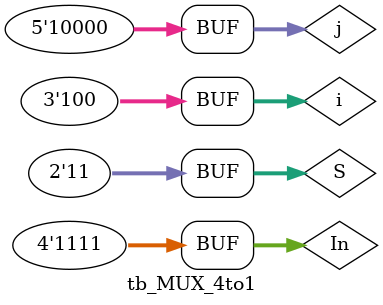
<source format=v>
`timescale 1ns / 1ps


module tb_MUX_4to1;

	// Inputs
	reg [3:0] In;
	reg [1:0] S;

	// Outputs
	wire Out;

	// Instantiate the Unit Under Test (UUT)
	MUX_4to1 uut (
		.In(In), 
		.S(S), 
		.Out(Out)
	);
	
	reg [2:0] i; //for S bits
	reg [4:0] j; //for In bits
	initial begin
		// Initialize Inputs
		In = 0;
		S = 0;

		// Wait 100 ns for global reset to finish
		#100;
        
		// Add stimulus here
		for (i = 0; i < 4; i = i + 1) begin
			S = i;
			for (j = 0; j < 16; j = j + 1) begin
				In = j;
				#10;
			end
		end
	end
      
endmodule


</source>
